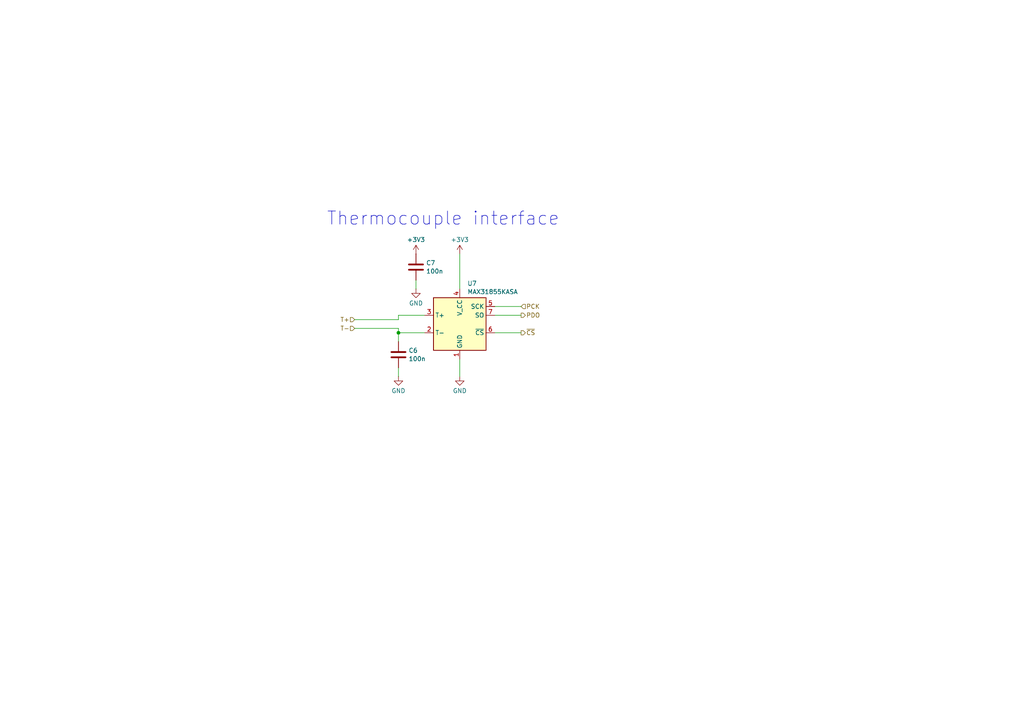
<source format=kicad_sch>
(kicad_sch (version 20231120) (generator "eeschema") (generator_version "8.0")
  (paper "A4")
  (lib_symbols
    (symbol "Device:C" (pin_numbers hide) (pin_names (offset 0.254))
      (property "Reference" "C" (at 0.635 2.54 0))
      (property "Value" "C" (at 0.635 -2.54 0))
      (symbol "C_0_1"
        (polyline (pts (xy -2.032 -0.762) (xy 2.032 -0.762)) (stroke (width 0.508)))
        (polyline (pts (xy -2.032 0.762) (xy 2.032 0.762)) (stroke (width 0.508)))
      )
      (symbol "C_1_1"
        (pin passive line (at 0 3.81 270) (length 2.794) (name "~") (number "1"))
        (pin passive line (at 0 -3.81 90) (length 2.794) (name "~") (number "2"))
      )
    )
    (symbol "Sensor_Temperature:MAX31855KASA"
      (property "Reference" "U" (at -7.62 8.89 0))
      (property "Value" "MAX31855KASA" (at 1.27 8.89 0))
      (symbol "MAX31855KASA_0_1"
        (rectangle (start -7.62 7.62) (end 7.62 -7.62) (stroke (width 0.254)) (fill (type background)))
      )
      (symbol "MAX31855KASA_1_1"
        (pin power_in line (at 0 -10.16 90) (length 2.54) (name "GND") (number "1"))
        (pin passive line (at -10.16 -2.54 0) (length 2.54) (name "T-") (number "2"))
        (pin passive line (at -10.16 2.54 0) (length 2.54) (name "T+") (number "3"))
        (pin power_in line (at 0 10.16 270) (length 2.54) (name "V_CC") (number "4"))
        (pin input line (at 10.16 5.08 180) (length 2.54) (name "SCK") (number "5"))
        (pin input line (at 10.16 -2.54 180) (length 2.54) (name "~{CS}") (number "6"))
        (pin tri_state line (at 10.16 2.54 180) (length 2.54) (name "SO") (number "7"))
      )
    )
    (symbol "power:+3V3" (power) (pin_numbers hide) (pin_names (offset 0) hide)
      (property "Value" "+3V3" (at 0 3.556 0))
      (symbol "+3V3_0_1"
        (polyline (pts (xy -0.762 1.27) (xy 0 2.54)))
        (polyline (pts (xy 0 0) (xy 0 2.54)))
        (polyline (pts (xy 0 2.54) (xy 0.762 1.27)))
      )
      (symbol "+3V3_1_1"
        (pin power_in line (at 0 0 90) (length 0) (name "~") (number "1"))
      )
    )
    (symbol "power:GND" (power) (pin_numbers hide) (pin_names (offset 0) hide)
      (property "Value" "GND" (at 0 -3.81 0))
      (symbol "GND_0_1"
        (polyline (pts (xy 0 0) (xy 0 -1.27) (xy 1.27 -1.27) (xy 0 -2.54) (xy -1.27 -1.27) (xy 0 -1.27)))
      )
      (symbol "GND_1_1"
        (pin power_in line (at 0 0 270) (length 0) (name "~") (number "1"))
      )
    )
  )
  (junction (at 115.57 96.52))
  (wire (pts (xy 143.51 88.9) (xy 151.13 88.9)))
  (wire (pts (xy 133.35 73.66) (xy 133.35 83.82)))
  (wire (pts (xy 115.57 95.25) (xy 115.57 96.52)))
  (wire (pts (xy 143.51 96.52) (xy 151.13 96.52)))
  (wire (pts (xy 102.87 92.71) (xy 115.57 92.71)))
  (wire (pts (xy 102.87 95.25) (xy 115.57 95.25)))
  (wire (pts (xy 133.35 104.14) (xy 133.35 109.22)))
  (wire (pts (xy 115.57 96.52) (xy 115.57 99.06)))
  (wire (pts (xy 120.65 81.28) (xy 120.65 83.82)))
  (wire (pts (xy 115.57 92.71) (xy 115.57 91.44)))
  (wire (pts (xy 115.57 106.68) (xy 115.57 109.22)))
  (wire (pts (xy 143.51 91.44) (xy 151.13 91.44)))
  (wire (pts (xy 115.57 91.44) (xy 123.19 91.44)))
  (wire (pts (xy 123.19 96.52) (xy 115.57 96.52)))
  (text "Thermocouple interface" (at 128.524 63.5 0) (effects (font (size 3.81 3.81))))
  (hierarchical_label "T+" (shape input) (at 102.87 92.71 180))
  (hierarchical_label "PDO" (shape output) (at 151.13 91.44 0))
  (hierarchical_label "PCK" (shape input) (at 151.13 88.9 0))
  (hierarchical_label "T-" (shape input) (at 102.87 95.25 180))
  (hierarchical_label "~{CS}" (shape output) (at 151.13 96.52 0))
  (symbol (lib_id "Device:C") (at 120.65 77.47 0) (unit 1)
    (property "Reference" "C7" (at 123.571 76.2578 0) (effects (justify left)))
    (property "Value" "100n" (at 123.571 78.6821 0) (effects (justify left)))
    (property "Description" "Unpolarized capacitor" (effects (hide yes)))
    (instances (project "board-burner" (path "" (reference "C7") (unit 1)) (path "" (reference "C3") (unit 1))))
  )
  (symbol (lib_id "power:GND") (at 115.57 109.22 0) (unit 1)
    (property "Reference" "#PWR037" (effects (hide yes)))
    (property "Value" "GND" (at 115.57 113.3531 0))
    (property "Description" "Power symbol creates a global label with name \"GND\" , ground" (effects (hide yes)))
    (instances (project "board-burner" (path "" (reference "#PWR037") (unit 1)) (path "" (reference "#PWR05") (unit 1))))
  )
  (symbol (lib_id "power:GND") (at 133.35 109.22 0) (unit 1)
    (property "Reference" "#PWR041" (effects (hide yes)))
    (property "Value" "GND" (at 133.35 113.3531 0))
    (property "Description" "Power symbol creates a global label with name \"GND\" , ground" (effects (hide yes)))
    (instances (project "board-burner" (path "" (reference "#PWR041") (unit 1)) (path "" (reference "#PWR011") (unit 1))))
  )
  (symbol (lib_id "power:+3V3") (at 120.65 73.66 0) (unit 1)
    (property "Reference" "#PWR038" (effects (hide yes)))
    (property "Value" "+3V3" (at 120.65 69.5269 0))
    (property "Description" "Power symbol creates a global label with name \"+3V3\"" (effects (hide yes)))
    (instances (project "board-burner" (path "" (reference "#PWR038") (unit 1)) (path "" (reference "#PWR06") (unit 1))))
  )
  (symbol (lib_id "Sensor_Temperature:MAX31855KASA") (at 133.35 93.98 0) (unit 1)
    (property "Reference" "U7" (at 135.5441 82.2155 0) (effects (justify left)))
    (property "Value" "MAX31855KASA" (at 135.5441 84.6398 0) (effects (justify left)))
    (property "Footprint" "Package_SO:SOIC-8_3.9x4.9mm_P1.27mm" (effects (hide yes)))
    (property "Datasheet" "http://datasheets.maximintegrated.com/en/ds/MAX31855.pdf" (effects (hide yes)))
    (property "Description" "Cold Junction K-type Termocouple Interface, SPI, SO8" (effects (hide yes)))
    (instances (project "board-burner" (path "" (reference "U7") (unit 1)) (path "" (reference "U2") (unit 1))))
  )
  (symbol (lib_id "Device:C") (at 115.57 102.87 0) (unit 1)
    (property "Reference" "C6" (at 118.491 101.6578 0) (effects (justify left)))
    (property "Value" "100n" (at 118.491 104.0821 0) (effects (justify left)))
    (property "Description" "Unpolarized capacitor" (effects (hide yes)))
    (instances (project "board-burner" (path "" (reference "C6") (unit 1)) (path "" (reference "C2") (unit 1))))
  )
  (symbol (lib_id "power:GND") (at 120.65 83.82 0) (unit 1)
    (property "Reference" "#PWR039" (effects (hide yes)))
    (property "Value" "GND" (at 120.65 87.9531 0))
    (property "Description" "Power symbol creates a global label with name \"GND\" , ground" (effects (hide yes)))
    (instances (project "board-burner" (path "" (reference "#PWR039") (unit 1)) (path "" (reference "#PWR07") (unit 1))))
  )
  (symbol (lib_id "power:+3V3") (at 133.35 73.66 0) (unit 1)
    (property "Reference" "#PWR040" (effects (hide yes)))
    (property "Value" "+3V3" (at 133.35 69.5269 0))
    (property "Description" "Power symbol creates a global label with name \"+3V3\"" (effects (hide yes)))
    (instances (project "board-burner" (path "" (reference "#PWR040") (unit 1)) (path "" (reference "#PWR08") (unit 1))))
  )
)
</source>
